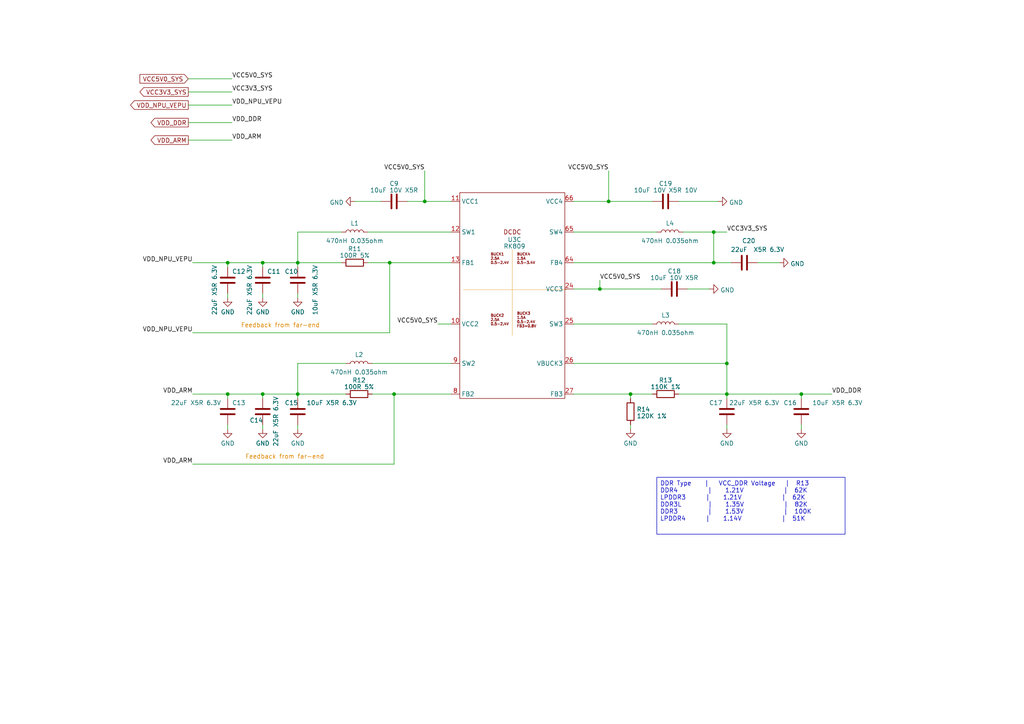
<source format=kicad_sch>
(kicad_sch (version 20230121) (generator eeschema)
  (paper "A4")
  (title_block (title "Leaf RV1126 PMIC RK809") (date "2023-02-23") (rev "1") (company "Qingdao IotPi Information Technology"))
  (lib_symbols
    (symbol "CPU_Rockchip:RK809"
      (property "Reference" "U" (at -13.97 29.21 0))
      (property "Value" "RK809" (at 0 1.27 0))
      (symbol "RK809_1_1"
        (rectangle (start -15.24 26.67) (end 16.51 -42.926))
        (polyline (pts (xy 16.51 17.78) (xy 5.08 17.78) (xy 5.08 -5.08) (xy 16.51 -5.08)) (stroke (width 0.0508) (color 221 133 0 1)))
        (text "Gas Gauge" (at 6.604 2.032 900) (effects (font (size 0.762 0.762))))
        (text "Management" (at 0 24.13 0) (effects (font (size 1.27 1.27))))
        (pin input line (at -17.78 -5.08 0) (length 2.54) (name "SCL") (number "1"))
        (pin bidirectional line (at -17.78 -8.89 0) (length 2.54) (name "SDA") (number "2"))
        (pin power_in line (at 19.05 21.59 180) (length 2.54) (name "VCC_RTC") (number "45"))
        (pin power_in line (at -17.78 22.86 0) (length 2.54) (name "VREF") (number "46"))
        (pin power_in line (at -17.78 19.05 0) (length 2.54) (name "GNDREF") (number "47"))
        (pin input line (at -17.78 -20.32 0) (length 2.54) (name "SLEEP") (number "49"))
        (pin input line (at -17.78 8.89 0) (length 2.54) (name "XIN") (number "50"))
        (pin output line (at -17.78 1.27 0) (length 2.54) (name "XOUT") (number "51"))
        (pin input line (at 19.05 -31.75 180) (length 2.54) (name "PWRON") (number "52"))
        (pin input line (at 19.05 12.7 180) (length 2.54) (name "BATDIV") (number "56"))
        (pin input line (at 19.05 -10.16 180) (length 2.54) (name "EXT_EN") (number "60"))
        (pin input line (at 19.05 -22.86 180) (length 2.54) (name "VDC") (number "61"))
        (pin input line (at 19.05 6.35 180) (length 2.54) (name "SNSP") (number "62"))
        (pin input line (at 19.05 -1.27 180) (length 2.54) (name "SNSN") (number "63"))
        (pin bidirectional line (at -17.78 -31.75 0) (length 2.54) (name "RESETB") (number "67"))
        (pin output line (at -17.78 -26.67 0) (length 2.54) (name "CLK32K") (number "68"))
        (pin power_in line (at -17.78 13.97 0) (length 2.54) (name "ePAD") (number "69"))
        (pin output line (at -17.78 -13.97 0) (length 2.54) (name "INT") (number "7"))
      )
      (symbol "RK809_2_1"
        (rectangle (start -10.16 33.02) (end 20.32 -48.895))
        (polyline (pts (xy 5.08 -45.72) (xy -3.81 -45.72)) (stroke (width 0.0508) (color 221 133 0 1)))
        (polyline (pts (xy 5.08 -29.845) (xy -3.175 -29.845)) (stroke (width 0.0508) (color 221 133 0 1)))
        (polyline (pts (xy 6.35 -12.7) (xy -3.81 -12.7)) (stroke (width 0.0508) (color 221 133 0 1)))
        (polyline (pts (xy 6.35 7.62) (xy -3.81 7.62)) (stroke (width 0.0508) (color 221 133 0 1)))
        (polyline (pts (xy 6.35 25.4) (xy -3.81 25.4)) (stroke (width 0.0508) (color 221 133 0 1)))
        (polyline (pts (xy 5.08 -36.83) (xy 1.27 -36.83) (xy 1.27 -45.72)) (stroke (width 0.0508) (color 221 133 0 1)))
        (polyline (pts (xy 6.35 -24.13) (xy 1.27 -24.13) (xy 1.27 -19.05)) (stroke (width 0.0508) (color 221 133 0 1)))
        (polyline (pts (xy 6.35 -19.05) (xy 1.27 -19.05) (xy 1.27 -12.7)) (stroke (width 0.0508) (color 221 133 0 1)))
        (polyline (pts (xy 6.35 -3.81) (xy 1.27 -3.81) (xy 1.27 1.27)) (stroke (width 0.0508) (color 221 133 0 1)))
        (polyline (pts (xy 6.35 1.27) (xy 1.27 1.27) (xy 1.27 7.62)) (stroke (width 0.0508) (color 221 133 0 1)))
        (polyline (pts (xy 6.35 15.24) (xy 1.27 15.24) (xy 1.27 20.32)) (stroke (width 0.0508) (color 221 133 0 1)))
        (polyline (pts (xy 6.35 20.32) (xy 1.27 20.32) (xy 1.27 25.4)) (stroke (width 0.0508) (color 221 133 0 1)))
        (rectangle (start 5.08 -40.64) (end 20.32 -48.514) (stroke (width 0.0508) (color 221 133 0 1)))
        (rectangle (start 5.08 -34.29) (end 20.32 -38.1) (stroke (width 0.0508) (color 221 133 0 1)))
        (rectangle (start 5.08 -27.94) (end 20.955 -31.75) (stroke (width 0.0508) (color 221 133 0 1)))
        (rectangle (start 6.35 -21.59) (end 20.32 -25.4) (stroke (width 0.0508) (color 221 133 0 1)))
        (rectangle (start 6.35 -16.51) (end 20.32 -20.32) (stroke (width 0.0508) (color 221 133 0 1)))
        (rectangle (start 6.35 -10.16) (end 20.32 -13.97) (stroke (width 0.0508) (color 221 133 0 1)))
        (rectangle (start 6.35 -2.54) (end 20.32 -6.35) (stroke (width 0.0508) (color 221 133 0 1)))
        (rectangle (start 6.35 3.81) (end 20.32 0) (stroke (width 0.0508) (color 221 133 0 1)))
        (rectangle (start 6.35 10.16) (end 20.32 6.35) (stroke (width 0.0508) (color 221 133 0 1)))
        (rectangle (start 6.35 17.78) (end 20.447 13.97) (stroke (width 0.0508) (color 221 133 0 1)))
        (rectangle (start 6.35 22.86) (end 20.447 19.05) (stroke (width 0.0508) (color 221 133 0 1)))
        (rectangle (start 6.35 27.94) (end 20.447 24.13) (stroke (width 0.0508) (color 221 133 0 1)))
        (text "100mA" (at 11.43 15.24 0) (effects (font (size 1.27 1.27))))
        (text "2.1A" (at 8.89 -36.83 0) (effects (font (size 1.27 1.27))))
        (text "2.1A" (at 8.89 -30.48 0) (effects (font (size 1.27 1.27))))
        (text "400mA" (at 11.43 -24.13 0) (effects (font (size 1.27 1.27))))
        (text "400mA" (at 11.43 -19.05 0) (effects (font (size 1.27 1.27))))
        (text "400mA" (at 11.43 -12.7 0) (effects (font (size 1.27 1.27))))
        (text "400mA" (at 11.43 -5.08 0) (effects (font (size 1.27 1.27))))
        (text "400mA" (at 11.43 1.27 0) (effects (font (size 1.27 1.27))))
        (text "400mA" (at 11.43 7.62 0) (effects (font (size 1.27 1.27))))
        (text "400mA" (at 11.43 20.32 0) (effects (font (size 1.27 1.27))))
        (text "400mA" (at 11.43 25.4 0) (effects (font (size 1.27 1.27))))
        (text "400mA LDO: \n400mA@V_{in} > 3V\n200mA@V_{in} > 2V" (at -3.175 29.845 0) (effects (font (size 0.762 0.762))))
        (text "BUCK5\n1.5V-3.6V\n2.5A" (at 5.842 -43.434 0) (effects (font (size 0.762 0.762)) (justify left)))
        (text "Codec V_{ddio}" (at 13.97 8.89 0) (effects (font (size 0.762 0.762))))
        (text "LDO" (at 6.096 30.48 0) (effects (font (size 1.27 1.27))))
        (text "Low noise" (at 13.97 16.51 0) (effects (font (size 0.762 0.762))))
        (text "VCC8/9\n2.7V-5.5V" (at -7.874 -35.814 0) (effects (font (size 0.762 0.762)) (justify left)))
        (pin power_out line (at 22.86 15.24 180) (length 2.54) (name "LDO3") (number "20"))
        (pin power_out line (at 22.86 20.32 180) (length 2.54) (name "LDO2") (number "21"))
        (pin power_in line (at -12.7 25.4 0) (length 2.54) (name "VCC5") (number "22"))
        (pin power_out line (at 22.86 25.4 180) (length 2.54) (name "LDO1") (number "23"))
        (pin power_out line (at 22.86 7.62 180) (length 2.54) (name "LDO4") (number "28"))
        (pin power_out line (at 22.86 1.27 180) (length 2.54) (name "LDO5") (number "29"))
        (pin power_out line (at 22.86 -12.7 180) (length 2.54) (name "LDO7") (number "3"))
        (pin power_in line (at -12.7 7.62 0) (length 2.54) (name "VCC6") (number "30"))
        (pin power_out line (at 22.86 -5.08 180) (length 2.54) (name "LDO6") (number "31"))
        (pin power_in line (at -12.7 -12.7 0) (length 2.54) (name "VCC7") (number "4"))
        (pin power_out line (at 22.86 -19.05 180) (length 2.54) (name "LDO8") (number "5"))
        (pin output line (at 22.86 -43.18 180) (length 2.54) (name "SW5") (number "53"))
        (pin power_in line (at -12.7 -45.72 0) (length 2.54) (name "VCC9") (number "54"))
        (pin output line (at 22.86 -36.83 180) (length 2.54) (name "SWOUT1") (number "55"))
        (pin power_in line (at -12.7 -30.48 0) (length 2.54) (name "VCC8") (number "57"))
        (pin output line (at 23.495 -30.48 180) (length 2.54) (name "SWOUT2") (number "58"))
        (pin input line (at 22.86 -46.99 180) (length 2.54) (name "FB5") (number "59"))
        (pin power_out line (at 22.86 -24.13 180) (length 2.54) (name "LDO9") (number "6"))
      )
      (symbol "RK809_3_1"
        (rectangle (start -15.24 26.67) (end 15.24 -33.02))
        (polyline (pts (xy -14.224 -1.524) (xy 15.748 -1.524)) (stroke (width 0.0508) (color 221 133 0 1)))
        (polyline (pts (xy 0 10.16) (xy 0 -14.732)) (stroke (width 0.0508) (color 221 133 0 1)))
        (text "BUCK1\n2.5A\n0.5-2.4V" (at -6.35 7.62 0) (effects (font (size 0.762 0.762)) (justify left)))
        (text "BUCK2\n2.5A\n0.5-2.4V" (at -6.35 -10.16 0) (effects (font (size 0.762 0.762)) (justify left)))
        (text "BUCK3\n1.5A\n0.5-2.4V\nFB3=0.8V" (at 1.27 -10.16 0) (effects (font (size 0.762 0.762)) (justify left)))
        (text "BUCK4\n1.5A\n0.5-3.4V" (at 1.27 7.62 0) (effects (font (size 0.762 0.762)) (justify left)))
        (text "DCDC" (at 0 15.24 0) (effects (font (size 1.27 1.27))))
        (pin power_in line (at -17.78 -11.43 0) (length 2.54) (name "VCC2") (number "10"))
        (pin power_in line (at -17.78 24.13 0) (length 2.54) (name "VCC1") (number "11"))
        (pin output line (at -17.78 15.24 0) (length 2.54) (name "SW1") (number "12"))
        (pin input line (at -17.78 6.35 0) (length 2.54) (name "FB1") (number "13"))
        (pin power_in line (at 17.78 -1.27 180) (length 2.54) (name "VCC3") (number "24"))
        (pin output line (at 17.78 -11.43 180) (length 2.54) (name "SW3") (number "25"))
        (pin output line (at 17.78 -22.86 180) (length 2.54) (name "VBUCK3") (number "26"))
        (pin input line (at 17.78 -31.75 180) (length 2.54) (name "FB3") (number "27"))
        (pin input line (at 17.78 6.35 180) (length 2.54) (name "FB4") (number "64"))
        (pin output line (at 17.78 15.24 180) (length 2.54) (name "SW4") (number "65"))
        (pin power_in line (at 17.78 24.13 180) (length 2.54) (name "VCC4") (number "66"))
        (pin input line (at -17.78 -31.75 0) (length 2.54) (name "FB2") (number "8"))
        (pin output line (at -17.78 -22.86 0) (length 2.54) (name "SW2") (number "9"))
      )
      (symbol "RK809_4_1"
        (rectangle (start -18.288 28.702) (end 19.812 -28.194))
        (polyline (pts (xy 2.032 5.08) (xy 2.032 -12.192) (xy 6.858 -12.192)) (stroke (width 0.0508) (color 221 133 0 1)))
        (polyline (pts (xy -18.288 -5.842) (xy -3.556 -5.842) (xy -3.556 -26.162) (xy -18.288 -26.162)) (stroke (width 0.0508) (color 221 133 0 1)))
        (polyline (pts (xy -18.288 3.048) (xy -3.556 3.048) (xy -3.556 -3.302) (xy -18.288 -3.302)) (stroke (width 0.0508) (color 221 133 0 1)))
        (polyline (pts (xy -18.288 27.432) (xy -3.556 27.432) (xy -3.556 5.588) (xy -18.288 5.588)) (stroke (width 0) (color 255 153 0 1)))
        (polyline (pts (xy -3.556 0) (xy -0.508 0) (xy -0.508 -15.748) (xy -3.556 -15.748)) (stroke (width 0.0508) (color 221 133 0 1)))
        (polyline (pts (xy 19.558 -6.858) (xy 6.858 -6.858) (xy 6.858 -17.78) (xy 19.558 -17.78)) (stroke (width 0.0508) (color 221 133 0 1)))
        (polyline (pts (xy 19.812 10.922) (xy 7.112 10.922) (xy 7.112 0) (xy 19.812 0)) (stroke (width 0.0508) (color 221 133 0 1)))
        (polyline (pts (xy 19.812 27.432) (xy 7.112 27.432) (xy 7.112 13.208) (xy 19.812 13.208)) (stroke (width 0.0508) (color 221 133 0 1)))
        (polyline (pts (xy 7.112 20.828) (xy 2.032 20.828) (xy 2.032 5.08) (xy 7.112 5.08) (xy 6.858 5.08)) (stroke (width 0.0508) (color 221 133 0 1)))
        (text "CODEC" (at 1.27 25.654 0) (effects (font (size 1.27 1.27))))
        (text "LDO4 Powered" (at -5.334 -13.462 900) (effects (font (size 0.762 0.762))))
        (pin input line (at -20.828 -14.478 0) (length 2.54) (name "LRCLK") (number "14"))
        (pin input line (at -20.828 -11.684 0) (length 2.54) (name "BCLK") (number "15"))
        (pin input line (at -20.828 -8.89 0) (length 2.54) (name "MCLK") (number "16"))
        (pin input line (at -20.828 -17.272 0) (length 2.54) (name "SDI") (number "17"))
        (pin output line (at -20.828 -20.066 0) (length 2.54) (name "SDO/PDMDATA") (number "18"))
        (pin input line (at -20.828 -23.114 0) (length 2.54) (name "PDMCLK") (number "19"))
        (pin output line (at 22.352 2.54 180) (length 2.54) (name "SPKP_OUT") (number "32"))
        (pin power_in line (at -20.828 24.638 0) (length 2.54) (name "VCC_SKP_HP") (number "33"))
        (pin output line (at 22.352 7.62 180) (length 2.54) (name "SPKN_OUT") (number "34"))
        (pin power_in line (at -20.828 7.62 0) (length 2.54) (name "VCC_CPVSS") (number "35"))
        (pin output line (at -20.828 19.812 0) (length 2.54) (name "CPN") (number "36"))
        (pin output line (at -20.828 16.002 0) (length 2.54) (name "CPP") (number "37"))
        (pin power_in line (at -20.828 10.922 0) (length 2.54) (name "VCC_CPVDD") (number "38"))
        (pin output line (at 22.352 15.748 180) (length 2.54) (name "HPL_OUT") (number "39"))
        (pin power_in line (at 22.352 20.574 180) (length 2.54) (name "HP_SNS") (number "40"))
        (pin output line (at 22.352 24.892 180) (length 2.54) (name "HPR_OUT") (number "41"))
        (pin input line (at 22.352 -13.716 180) (length 2.54) (name "MICIN") (number "42"))
        (pin input line (at 22.352 -11.176 180) (length 2.54) (name "MICIP") (number "43"))
        (pin power_in line (at -20.828 -1.778 0) (length 2.54) (name "VCC_1P8A") (number "44"))
        (pin power_in line (at -20.828 1.524 0) (length 2.54) (name "VCC_1P8D") (number "48"))
      )
    )
    (symbol "Device:C" (pin_numbers hide) (pin_names (offset 0.254))
      (property "Reference" "C" (at 0.635 2.54 0))
      (property "Value" "C" (at 0.635 -2.54 0))
      (symbol "C_0_1"
        (polyline (pts (xy -2.032 -0.762) (xy 2.032 -0.762)) (stroke (width 0.508)))
        (polyline (pts (xy -2.032 0.762) (xy 2.032 0.762)) (stroke (width 0.508)))
      )
      (symbol "C_1_1"
        (pin passive line (at 0 3.81 270) (length 2.794) (name "~") (number "1"))
        (pin passive line (at 0 -3.81 90) (length 2.794) (name "~") (number "2"))
      )
    )
    (symbol "Device:L" (pin_numbers hide) (pin_names (offset 1.016) hide)
      (property "Reference" "L" (at -1.27 0 90))
      (property "Value" "L" (at 1.905 0 90))
      (symbol "L_0_1"
        (arc (start 0 -2.54) (mid 0.6323 -1.905) (end 0 -1.27))
        (arc (start 0 -1.27) (mid 0.6323 -0.635) (end 0 0))
        (arc (start 0 0) (mid 0.6323 0.635) (end 0 1.27))
        (arc (start 0 1.27) (mid 0.6323 1.905) (end 0 2.54))
      )
      (symbol "L_1_1"
        (pin passive line (at 0 3.81 270) (length 1.27) (name "1") (number "1"))
        (pin passive line (at 0 -3.81 90) (length 1.27) (name "2") (number "2"))
      )
    )
    (symbol "Device:R" (pin_numbers hide) (pin_names (offset 0))
      (property "Reference" "R" (at 2.032 0 90))
      (property "Value" "R" (at 0 0 90))
      (symbol "R_0_1"
        (rectangle (start -1.016 -2.54) (end 1.016 2.54) (stroke (width 0.254)))
      )
      (symbol "R_1_1"
        (pin passive line (at 0 3.81 270) (length 1.27) (name "~") (number "1"))
        (pin passive line (at 0 -3.81 90) (length 1.27) (name "~") (number "2"))
      )
    )
    (symbol "power:GND" (power) (pin_names (offset 0))
      (property "Value" "GND" (at 0 -3.81 0))
      (symbol "GND_0_1"
        (polyline (pts (xy 0 0) (xy 0 -1.27) (xy 1.27 -1.27) (xy 0 -2.54) (xy -1.27 -1.27) (xy 0 -1.27)))
      )
      (symbol "GND_1_1"
        (pin power_in line (at 0 0 270) (length 0) hide (name "GND") (number "1"))
      )
    )
  )
  (junction (at 176.53 58.42))
  (junction (at 123.19 58.42))
  (junction (at 210.82 105.41))
  (junction (at 182.88 114.3))
  (junction (at 114.3 114.3))
  (junction (at 210.82 114.3))
  (junction (at 86.36 76.2))
  (junction (at 207.01 67.31))
  (junction (at 66.04 76.2))
  (junction (at 207.01 76.2))
  (junction (at 76.2 114.3))
  (junction (at 173.99 83.82))
  (junction (at 66.04 114.3))
  (junction (at 113.03 76.2))
  (junction (at 86.36 114.3))
  (junction (at 232.41 114.3))
  (junction (at 76.2 76.2))
  (wire (pts (xy 166.37 105.41) (xy 210.82 105.41)))
  (wire (pts (xy 54.61 35.56) (xy 67.31 35.56)))
  (wire (pts (xy 210.82 114.3) (xy 210.82 115.57)))
  (wire (pts (xy 86.36 85.09) (xy 86.36 86.36)))
  (wire (pts (xy 205.74 83.82) (xy 199.39 83.82)))
  (wire (pts (xy 123.19 49.53) (xy 123.19 58.42)))
  (wire (pts (xy 66.04 76.2) (xy 66.04 77.47)))
  (wire (pts (xy 107.95 114.3) (xy 114.3 114.3)))
  (wire (pts (xy 86.36 67.31) (xy 86.36 76.2)))
  (wire (pts (xy 54.61 40.64) (xy 67.31 40.64)))
  (wire (pts (xy 182.88 123.19) (xy 182.88 124.46)))
  (wire (pts (xy 127 93.98) (xy 130.81 93.98)))
  (wire (pts (xy 212.09 76.2) (xy 207.01 76.2)))
  (wire (pts (xy 86.36 76.2) (xy 99.06 76.2)))
  (wire (pts (xy 55.88 76.2) (xy 66.04 76.2)))
  (wire (pts (xy 66.04 85.09) (xy 66.04 86.36)))
  (wire (pts (xy 210.82 114.3) (xy 232.41 114.3)))
  (wire (pts (xy 241.3 114.3) (xy 232.41 114.3)))
  (wire (pts (xy 191.77 83.82) (xy 173.99 83.82)))
  (wire (pts (xy 118.11 58.42) (xy 123.19 58.42)))
  (wire (pts (xy 86.36 114.3) (xy 100.33 114.3)))
  (wire (pts (xy 166.37 76.2) (xy 207.01 76.2)))
  (wire (pts (xy 54.61 26.67) (xy 67.31 26.67)))
  (wire (pts (xy 76.2 76.2) (xy 86.36 76.2)))
  (wire (pts (xy 99.06 67.31) (xy 86.36 67.31)))
  (wire (pts (xy 113.03 76.2) (xy 113.03 96.52)))
  (wire (pts (xy 182.88 114.3) (xy 182.88 115.57)))
  (wire (pts (xy 76.2 114.3) (xy 66.04 114.3)))
  (wire (pts (xy 173.99 83.82) (xy 166.37 83.82)))
  (wire (pts (xy 76.2 77.47) (xy 76.2 76.2)))
  (wire (pts (xy 189.23 93.98) (xy 166.37 93.98)))
  (wire (pts (xy 207.01 67.31) (xy 210.82 67.31)))
  (wire (pts (xy 210.82 114.3) (xy 196.85 114.3)))
  (wire (pts (xy 210.82 105.41) (xy 210.82 114.3)))
  (wire (pts (xy 76.2 76.2) (xy 66.04 76.2)))
  (wire (pts (xy 86.36 123.19) (xy 86.36 124.46)))
  (wire (pts (xy 106.68 76.2) (xy 113.03 76.2)))
  (wire (pts (xy 198.12 67.31) (xy 207.01 67.31)))
  (wire (pts (xy 219.71 76.2) (xy 226.06 76.2)))
  (wire (pts (xy 66.04 114.3) (xy 66.04 115.57)))
  (wire (pts (xy 55.88 114.3) (xy 66.04 114.3)))
  (wire (pts (xy 210.82 93.98) (xy 210.82 105.41)))
  (wire (pts (xy 107.95 105.41) (xy 130.81 105.41)))
  (wire (pts (xy 210.82 123.19) (xy 210.82 124.46)))
  (wire (pts (xy 76.2 115.57) (xy 76.2 114.3)))
  (wire (pts (xy 86.36 114.3) (xy 86.36 115.57)))
  (wire (pts (xy 86.36 76.2) (xy 86.36 77.47)))
  (wire (pts (xy 166.37 58.42) (xy 176.53 58.42)))
  (wire (pts (xy 190.5 67.31) (xy 166.37 67.31)))
  (wire (pts (xy 76.2 123.19) (xy 76.2 124.46)))
  (wire (pts (xy 54.61 22.86) (xy 67.31 22.86)))
  (wire (pts (xy 166.37 114.3) (xy 182.88 114.3)))
  (wire (pts (xy 106.68 67.31) (xy 130.81 67.31)))
  (wire (pts (xy 113.03 76.2) (xy 130.81 76.2)))
  (wire (pts (xy 182.88 114.3) (xy 189.23 114.3)))
  (wire (pts (xy 114.3 114.3) (xy 114.3 134.62)))
  (wire (pts (xy 173.99 81.28) (xy 173.99 83.82)))
  (wire (pts (xy 196.85 93.98) (xy 210.82 93.98)))
  (wire (pts (xy 54.61 30.48) (xy 67.31 30.48)))
  (wire (pts (xy 76.2 85.09) (xy 76.2 86.36)))
  (wire (pts (xy 114.3 134.62) (xy 55.88 134.62)))
  (wire (pts (xy 66.04 123.19) (xy 66.04 124.46)))
  (wire (pts (xy 123.19 58.42) (xy 130.81 58.42)))
  (wire (pts (xy 86.36 105.41) (xy 86.36 114.3)))
  (wire (pts (xy 176.53 49.53) (xy 176.53 58.42)))
  (wire (pts (xy 102.87 58.42) (xy 110.49 58.42)))
  (wire (pts (xy 232.41 123.19) (xy 232.41 124.46)))
  (wire (pts (xy 100.33 105.41) (xy 86.36 105.41)))
  (wire (pts (xy 114.3 114.3) (xy 130.81 114.3)))
  (wire (pts (xy 176.53 58.42) (xy 189.23 58.42)))
  (wire (pts (xy 113.03 96.52) (xy 55.88 96.52)))
  (wire (pts (xy 76.2 114.3) (xy 86.36 114.3)))
  (wire (pts (xy 207.01 76.2) (xy 207.01 67.31)))
  (wire (pts (xy 232.41 114.3) (xy 232.41 115.57)))
  (wire (pts (xy 196.85 58.42) (xy 208.28 58.42)))
  (text_box "DDR Type    |   VCC_DDR Voltage   |  R13\nDDR4         |    1.21V            |  62K\nLPDDR3      |    1.21V            |  62K\nDDR3L        |    1.35V            |  82K\nDDR3         |    1.53V            |  100K\nLPDDR4      |    1.14V            |  51K" (at 190.5 138.43 0) (size 54.61 16.51) (effects (font (size 1.27 1.27)) (justify left top)))
  (text "Feedback from far-end" (at 69.85 95.25 0) (effects (font (size 1.27 1.27)) (justify left bottom)))
  (text "Feedback from far-end" (at 71.12 133.35 0) (effects (font (size 1.27 1.27)) (justify left bottom)))
  (label "VDD_DDR" (at 67.31 35.56 0))
  (label "VDD_ARM" (at 55.88 114.3 180))
  (label "VDD_DDR" (at 241.3 114.3 0))
  (label "VCC3V3_SYS" (at 67.31 26.67 0))
  (label "VCC5V0_SYS" (at 123.19 49.53 180))
  (label "VCC5V0_SYS" (at 127 93.98 180))
  (label "VDD_NPU_VEPU" (at 67.31 30.48 0))
  (label "VCC3V3_SYS" (at 210.82 67.31 0))
  (label "VCC5V0_SYS" (at 67.31 22.86 0))
  (label "VDD_NPU_VEPU" (at 55.88 76.2 180))
  (label "VDD_NPU_VEPU" (at 55.88 96.52 180))
  (label "VCC5V0_SYS" (at 173.99 81.28 0))
  (label "VDD_ARM" (at 55.88 134.62 180))
  (label "VDD_ARM" (at 67.31 40.64 0))
  (label "VCC5V0_SYS" (at 176.53 49.53 180))
  (global_label "VDD_ARM" (shape output) (at 54.61 40.64 180) (property "Intersheetrefs" "${INTERSHEET_REFS}" (effects hide)))
  (global_label "VCC5V0_SYS" (shape input) (at 54.61 22.86 180) (property "Intersheetrefs" "${INTERSHEET_REFS}" (effects hide)))
  (global_label "VDD_DDR" (shape output) (at 54.61 35.56 180) (property "Intersheetrefs" "${INTERSHEET_REFS}" (effects hide)))
  (global_label "VCC3V3_SYS" (shape output) (at 54.61 26.67 180) (property "Intersheetrefs" "${INTERSHEET_REFS}" (effects hide)))
  (global_label "VDD_NPU_VEPU" (shape output) (at 54.61 30.48 180) (property "Intersheetrefs" "${INTERSHEET_REFS}" (effects hide)))
  (symbol (lib_id "Device:R") (at 193.04 114.3 270) (mirror x) (unit 1)
    (property "Reference" "R13" (at 193.04 110.2741 90))
    (property "Value" "110K 1%" (at 193.04 112.1951 90))
    (property "Footprint" "Resistor_SMD:R_0402_1005Metric" (effects hide))
  )
  (symbol (lib_id "power:GND") (at 208.28 58.42 90) (mirror x) (unit 1)
    (property "Reference" "#PWR027" (effects hide))
    (property "Value" "GND" (at 211.4549 58.7368 90) (effects (justify right)))
  )
  (symbol (lib_id "Device:R") (at 102.87 76.2 90) (unit 1)
    (property "Reference" "R11" (at 102.87 72.1741 90))
    (property "Value" "100R 5%" (at 102.87 74.0951 90))
    (property "Footprint" "Resistor_SMD:R_0402_1005Metric" (effects hide))
  )
  (symbol (lib_id "CPU_Rockchip:RK809") (at 148.59 82.55 0) (unit 3)
    (property "Reference" "U3" (at 149.225 69.5071 0))
    (property "Value" "RK809" (at 149.225 71.4281 0))
    (property "Footprint" "Package_DFN_QFN:QFN-68-1EP_8x8mm_P0.4mm_EP6.4x6.4mm_ThermalVias" (effects hide))
  )
  (symbol (lib_id "power:GND") (at 232.41 124.46 0) (unit 1)
    (property "Reference" "#PWR023" (effects hide))
    (property "Value" "GND" (at 232.41 128.5955 0))
  )
  (symbol (lib_id "power:GND") (at 226.06 76.2 90) (mirror x) (unit 1)
    (property "Reference" "#PWR028" (effects hide))
    (property "Value" "GND" (at 229.2349 76.5168 90) (effects (justify right)))
  )
  (symbol (lib_id "Device:C") (at 195.58 83.82 270) (mirror x) (unit 1)
    (property "Reference" "C18" (at 195.58 78.6511 90))
    (property "Value" "10uF 10V X5R" (at 195.58 80.5721 90))
    (property "Footprint" "Capacitor_SMD:C_0201_0603Metric" (effects hide))
  )
  (symbol (lib_id "Device:L") (at 193.04 93.98 270) (mirror x) (unit 1)
    (property "Reference" "L3" (at 193.04 91.44 90))
    (property "Value" "470nH 0.035ohm" (at 193.04 96.52 90))
  )
  (symbol (lib_id "Device:C") (at 76.2 81.28 0) (unit 1)
    (property "Reference" "C11" (at 77.47 78.74 0) (effects (justify left)))
    (property "Value" "22uF X5R 6.3V" (at 72.39 91.44 90) (effects (justify left)))
    (property "Footprint" "Resistor_SMD:R_0603_1608Metric" (effects hide))
  )
  (symbol (lib_id "Device:C") (at 76.2 119.38 0) (unit 1)
    (property "Reference" "C14" (at 72.39 121.92 0) (effects (justify left)))
    (property "Value" "22uF X5R 6.3V" (at 80.01 129.54 90) (effects (justify left)))
    (property "Footprint" "Resistor_SMD:R_0603_1608Metric" (effects hide))
  )
  (symbol (lib_id "power:GND") (at 86.36 86.36 0) (unit 1)
    (property "Reference" "#PWR017" (effects hide))
    (property "Value" "GND" (at 86.36 90.4955 0))
  )
  (symbol (lib_id "power:GND") (at 205.74 83.82 90) (mirror x) (unit 1)
    (property "Reference" "#PWR026" (effects hide))
    (property "Value" "GND" (at 208.9149 84.1368 90) (effects (justify right)))
  )
  (symbol (lib_id "Device:R") (at 182.88 119.38 0) (mirror y) (unit 1)
    (property "Reference" "R14" (at 184.658 118.7363 0) (effects (justify right)))
    (property "Value" "120K 1%" (at 184.658 120.6573 0) (effects (justify right)))
    (property "Footprint" "Resistor_SMD:R_0402_1005Metric" (effects hide))
  )
  (symbol (lib_id "power:GND") (at 182.88 124.46 0) (unit 1)
    (property "Reference" "#PWR025" (effects hide))
    (property "Value" "GND" (at 182.88 128.5955 0))
  )
  (symbol (lib_id "power:GND") (at 210.82 124.46 0) (unit 1)
    (property "Reference" "#PWR024" (effects hide))
    (property "Value" "GND" (at 210.82 128.5955 0))
  )
  (symbol (lib_id "Device:L") (at 194.31 67.31 270) (mirror x) (unit 1)
    (property "Reference" "L4" (at 194.31 64.77 90))
    (property "Value" "470nH 0.035ohm" (at 194.31 69.85 90))
  )
  (symbol (lib_id "power:GND") (at 76.2 86.36 0) (unit 1)
    (property "Reference" "#PWR018" (effects hide))
    (property "Value" "GND" (at 76.2 90.4955 0))
  )
  (symbol (lib_id "power:GND") (at 66.04 124.46 0) (unit 1)
    (property "Reference" "#PWR022" (effects hide))
    (property "Value" "GND" (at 66.04 128.5955 0))
  )
  (symbol (lib_id "power:GND") (at 66.04 86.36 0) (unit 1)
    (property "Reference" "#PWR019" (effects hide))
    (property "Value" "GND" (at 66.04 90.4955 0))
  )
  (symbol (lib_id "power:GND") (at 76.2 124.46 0) (unit 1)
    (property "Reference" "#PWR021" (effects hide))
    (property "Value" "GND" (at 76.2 128.5955 0))
  )
  (symbol (lib_id "Device:C") (at 86.36 119.38 0) (unit 1)
    (property "Reference" "C15" (at 82.55 116.84 0) (effects (justify left)))
    (property "Value" "10uF X5R 6.3V" (at 88.9 116.84 0) (effects (justify left)))
    (property "Footprint" "Resistor_SMD:R_0603_1608Metric" (effects hide))
  )
  (symbol (lib_id "Device:C") (at 193.04 58.42 270) (mirror x) (unit 1)
    (property "Reference" "C19" (at 193.04 53.2511 90))
    (property "Value" "10uF 10V X5R 10V" (at 193.04 55.1721 90))
    (property "Footprint" "Capacitor_SMD:C_0201_0603Metric" (effects hide))
  )
  (symbol (lib_id "Device:C") (at 114.3 58.42 90) (unit 1)
    (property "Reference" "C9" (at 114.3 53.2511 90))
    (property "Value" "10uF 10V X5R" (at 114.3 55.1721 90))
  )
  (symbol (lib_id "Device:R") (at 104.14 114.3 90) (unit 1)
    (property "Reference" "R12" (at 104.14 110.2741 90))
    (property "Value" "100R 5%" (at 104.14 112.1951 90))
    (property "Footprint" "Resistor_SMD:R_0402_1005Metric" (effects hide))
  )
  (symbol (lib_id "Device:C") (at 210.82 119.38 0) (mirror y) (unit 1)
    (property "Reference" "C17" (at 209.55 116.84 0) (effects (justify left)))
    (property "Value" "22uF X5R 6.3V" (at 226.06 116.84 0) (effects (justify left)))
    (property "Footprint" "Resistor_SMD:R_0603_1608Metric" (effects hide))
  )
  (symbol (lib_id "Device:C") (at 66.04 119.38 0) (unit 1)
    (property "Reference" "C13" (at 67.31 116.84 0) (effects (justify left)))
    (property "Value" "22uF X5R 6.3V" (at 49.53 116.84 0) (effects (justify left)))
    (property "Footprint" "Resistor_SMD:R_0603_1608Metric" (effects hide))
  )
  (symbol (lib_id "Device:C") (at 66.04 81.28 0) (unit 1)
    (property "Reference" "C12" (at 67.31 78.74 0) (effects (justify left)))
    (property "Value" "22uF X5R 6.3V" (at 62.23 91.44 90) (effects (justify left)))
    (property "Footprint" "Resistor_SMD:R_0603_1608Metric" (effects hide))
  )
  (symbol (lib_id "Device:C") (at 86.36 81.28 0) (unit 1)
    (property "Reference" "C10" (at 82.55 78.74 0) (effects (justify left)))
    (property "Value" "10uF X5R 6.3V" (at 91.44 91.44 90) (effects (justify left)))
    (property "Footprint" "Resistor_SMD:R_0603_1608Metric" (effects hide))
  )
  (symbol (lib_id "Device:C") (at 232.41 119.38 0) (mirror y) (unit 1)
    (property "Reference" "C16" (at 231.14 116.84 0) (effects (justify left)))
    (property "Value" "10uF X5R 6.3V" (at 250.19 116.84 0) (effects (justify left)))
    (property "Footprint" "Resistor_SMD:R_0603_1608Metric" (effects hide))
  )
  (symbol (lib_id "power:GND") (at 102.87 58.42 270) (unit 1)
    (property "Reference" "#PWR016" (effects hide))
    (property "Value" "GND" (at 99.6951 58.7368 90) (effects (justify right)))
  )
  (symbol (lib_id "Device:L") (at 102.87 67.31 90) (unit 1)
    (property "Reference" "L1" (at 102.87 64.77 90))
    (property "Value" "470nH 0.035ohm" (at 102.87 69.85 90))
  )
  (symbol (lib_id "Device:C") (at 215.9 76.2 270) (mirror x) (unit 1)
    (property "Reference" "C20" (at 217.17 69.85 90))
    (property "Value" "22uF  X5R 6.3V" (at 219.71 72.39 90))
    (property "Footprint" "Capacitor_SMD:C_0201_0603Metric" (effects hide))
  )
  (symbol (lib_id "Device:L") (at 104.14 105.41 90) (unit 1)
    (property "Reference" "L2" (at 104.14 102.87 90))
    (property "Value" "470nH 0.035ohm" (at 104.14 107.95 90))
  )
  (symbol (lib_id "power:GND") (at 86.36 124.46 0) (unit 1)
    (property "Reference" "#PWR020" (effects hide))
    (property "Value" "GND" (at 86.36 128.5955 0))
  )
)
</source>
